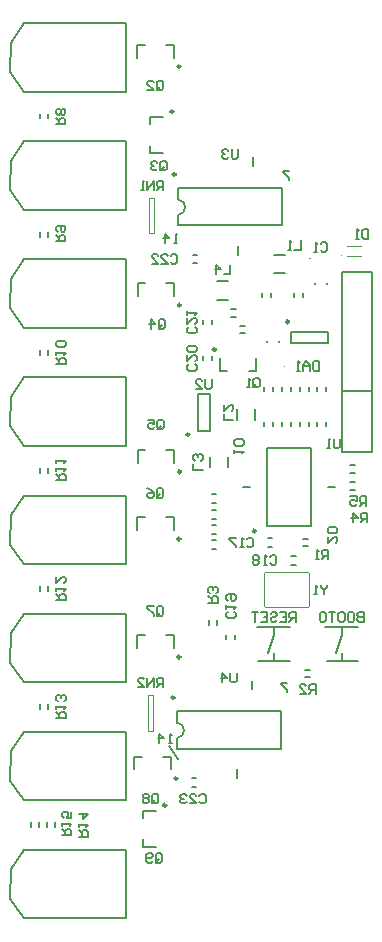
<source format=gbo>
G04*
G04 #@! TF.GenerationSoftware,Altium Limited,Altium Designer,20.0.12 (288)*
G04*
G04 Layer_Color=32896*
%FSLAX44Y44*%
%MOMM*%
G71*
G01*
G75*
%ADD10C,0.2000*%
%ADD53C,0.2500*%
%ADD93C,0.1000*%
%ADD94C,0.1600*%
D10*
X155415Y614350D02*
G03*
X155415Y627350I-500J6500D01*
G01*
X154415Y171350D02*
G03*
X154415Y184350I-500J6500D01*
G01*
X231000Y506625D02*
Y507375D01*
X241000Y506625D02*
Y507375D01*
X271000Y556198D02*
Y556948D01*
X281000Y556198D02*
Y556948D01*
X184250Y338750D02*
X187750D01*
X184250Y331250D02*
X187750D01*
X184250Y351750D02*
X187750D01*
X184250Y344250D02*
X187750D01*
X265750Y435250D02*
Y438750D01*
X258250Y435250D02*
Y438750D01*
X261000Y340250D02*
X265000D01*
X261000Y333750D02*
X265000D01*
X218500Y655500D02*
Y663000D01*
X206000Y580500D02*
Y588000D01*
X205000Y137500D02*
Y145000D01*
X217500Y212500D02*
Y220000D01*
X319450Y465000D02*
X319500Y565750D01*
X294000D02*
X319500D01*
X294000D02*
X294050Y465000D01*
X294000Y413250D02*
X294050Y465000D01*
X294000Y413250D02*
X319500D01*
X319450Y465000D02*
X319500Y413250D01*
X294050Y465000D02*
X319500D01*
X155415Y637350D02*
X243415D01*
X155415Y605350D02*
X243415D01*
Y637350D01*
X155415Y627350D02*
Y637350D01*
Y605350D02*
Y614350D01*
X154415Y194350D02*
X242415D01*
X154415Y162350D02*
X242415D01*
Y194350D01*
X154415Y184350D02*
Y194350D01*
Y162350D02*
Y171350D01*
X37250Y96000D02*
Y100000D01*
X30750Y96000D02*
Y100000D01*
X44750Y96000D02*
Y100000D01*
X51250Y96000D02*
Y100000D01*
X38750Y196000D02*
Y200000D01*
X45250Y196000D02*
Y200000D01*
X38750Y296000D02*
Y300000D01*
X45250Y296000D02*
Y300000D01*
X38750Y496000D02*
Y500000D01*
X45250Y496000D02*
Y500000D01*
X38750Y396000D02*
Y400000D01*
X45250Y396000D02*
Y400000D01*
X38750Y596000D02*
Y600000D01*
X45250Y596000D02*
Y600000D01*
X38750Y696000D02*
Y700000D01*
X45250Y696000D02*
Y700000D01*
X166750Y137500D02*
X170250D01*
X166750Y130000D02*
X170250D01*
X168000Y580750D02*
X171500D01*
X168000Y573250D02*
X171500D01*
X25000Y76700D02*
X111500D01*
X25000Y18700D02*
X111500D01*
Y76700D01*
X13250Y35200D02*
X13500Y60200D01*
X13250Y35200D02*
X25000Y18700D01*
X13500Y60200D02*
X25000Y76700D01*
Y176700D02*
X111500D01*
X25000Y118700D02*
X111500D01*
Y176700D01*
X13250Y135200D02*
X13500Y160200D01*
X13250Y135200D02*
X25000Y118700D01*
X13500Y160200D02*
X25000Y176700D01*
Y276700D02*
X111500D01*
X25000Y218700D02*
X111500D01*
Y276700D01*
X13250Y235200D02*
X13500Y260200D01*
X13250Y235200D02*
X25000Y218700D01*
X13500Y260200D02*
X25000Y276700D01*
Y376700D02*
X111500D01*
X25000Y318700D02*
X111500D01*
Y376700D01*
X13250Y335200D02*
X13500Y360200D01*
X13250Y335200D02*
X25000Y318700D01*
X13500Y360200D02*
X25000Y376700D01*
Y576700D02*
X111500D01*
X25000Y518700D02*
X111500D01*
Y576700D01*
X13250Y535200D02*
X13500Y560200D01*
X13250Y535200D02*
X25000Y518700D01*
X13500Y560200D02*
X25000Y576700D01*
Y476700D02*
X111500D01*
X25000Y418700D02*
X111500D01*
Y476700D01*
X13250Y435200D02*
X13500Y460200D01*
X13250Y435200D02*
X25000Y418700D01*
X13500Y460200D02*
X25000Y476700D01*
Y676700D02*
X111500D01*
X25000Y618700D02*
X111500D01*
Y676700D01*
X13250Y635200D02*
X13500Y660200D01*
X13250Y635200D02*
X25000Y618700D01*
X13500Y660200D02*
X25000Y676700D01*
X125500Y110000D02*
X136500D01*
X125500Y103500D02*
Y110000D01*
Y79000D02*
X136500D01*
X125500D02*
Y85500D01*
X149000Y144750D02*
Y155750D01*
X142500D02*
X149000D01*
X118000Y144750D02*
Y155750D01*
X124500D01*
X152000Y404500D02*
Y415500D01*
X145500D02*
X152000D01*
X121000Y404500D02*
Y415500D01*
X127500D01*
X151500Y247500D02*
Y258500D01*
X145000D02*
X151500D01*
X120500Y247500D02*
Y258500D01*
X127000D01*
X131500Y697500D02*
X142500D01*
X131500Y691000D02*
Y697500D01*
Y666500D02*
X142500D01*
X131500D02*
Y673000D01*
X151500Y347500D02*
Y358500D01*
X145000D02*
X151500D01*
X120500Y347500D02*
Y358500D01*
X127000D01*
X151500Y747500D02*
Y758500D01*
X145000D02*
X151500D01*
X120500Y747500D02*
Y758500D01*
X127000D01*
X152000Y545500D02*
Y556500D01*
X145500D02*
X152000D01*
X121000Y545500D02*
Y556500D01*
X127500D01*
X13500Y760200D02*
X25000Y776700D01*
X13250Y735200D02*
X25000Y718700D01*
X13250Y735200D02*
X13500Y760200D01*
X111500Y718700D02*
Y776700D01*
X25000Y718700D02*
X111500D01*
X25000Y776700D02*
X111500D01*
X176225Y491525D02*
Y495025D01*
X183725Y491525D02*
Y495025D01*
X182030Y431490D02*
Y462490D01*
X172030Y431490D02*
Y462490D01*
X182030D01*
X172030Y431490D02*
X182030D01*
X214975Y481775D02*
X221475D01*
Y492775D01*
X190475Y481775D02*
X196975D01*
X190475D02*
Y492775D01*
X176225Y521775D02*
Y525275D01*
X183725Y521775D02*
Y525275D01*
X188175Y542575D02*
X197175D01*
X188175Y557975D02*
X197175D01*
X199975Y528025D02*
X203975D01*
X199975Y534525D02*
X203975D01*
X207975Y520525D02*
X211975D01*
X207975Y514025D02*
X211975D01*
X301000Y388250D02*
X305000D01*
X301000Y381750D02*
X305000D01*
X301000Y402250D02*
X305000D01*
X301000Y395750D02*
X305000D01*
X188250Y267000D02*
Y271000D01*
X181750Y267000D02*
Y271000D01*
X222250Y265000D02*
X250250D01*
X223250Y237000D02*
X250250D01*
X236250Y259000D02*
Y265000D01*
Y237000D02*
Y243000D01*
X231250D02*
X236250Y259000D01*
X263000Y229250D02*
X267000D01*
X263000Y222750D02*
X267000D01*
X280000Y265000D02*
X308000D01*
X281000Y237000D02*
X308000D01*
X294000Y259000D02*
Y265000D01*
Y237000D02*
Y243000D01*
X289000D02*
X294000Y259000D01*
X231250Y333250D02*
X234750D01*
X231250Y340750D02*
X234750D01*
X251250Y325750D02*
X254750D01*
X251250Y318250D02*
X254750D01*
X230750Y416750D02*
X267750D01*
X230750Y350750D02*
X267750D01*
Y416750D01*
X230750Y350750D02*
Y416750D01*
X197700Y400500D02*
Y409500D01*
X182300Y400500D02*
Y409500D01*
X184250Y364750D02*
X187750D01*
X184250Y357250D02*
X187750D01*
X184250Y377750D02*
X187750D01*
X184250Y370250D02*
X187750D01*
X235750Y435250D02*
Y438750D01*
X228250Y435250D02*
Y438750D01*
X250750Y435250D02*
Y438750D01*
X243250Y435250D02*
Y438750D01*
X280718Y435250D02*
Y438750D01*
X273218Y435250D02*
Y438750D01*
X196250Y255250D02*
Y258750D01*
X203750Y255250D02*
Y258750D01*
X220675Y440775D02*
Y449775D01*
X205275Y440775D02*
Y449775D01*
X233750Y544823D02*
Y548323D01*
X226250Y544823D02*
Y548323D01*
X265750Y465250D02*
Y468750D01*
X258250Y465250D02*
Y468750D01*
X250750Y465250D02*
Y468750D01*
X243250Y465250D02*
Y468750D01*
X235750Y465250D02*
Y468750D01*
X228250Y465250D02*
Y468750D01*
X273250Y465250D02*
Y468750D01*
X280750Y465250D02*
Y468750D01*
X251000Y505500D02*
X282000D01*
X251000Y515500D02*
X282000D01*
Y505500D02*
Y515500D01*
X251000Y505500D02*
Y515500D01*
X253250Y544823D02*
Y548323D01*
X260750Y544823D02*
Y548323D01*
X236500Y565300D02*
X245500D01*
X236500Y580700D02*
X245500D01*
D53*
X153315Y648600D02*
G03*
X153315Y648600I-1250J0D01*
G01*
X152315Y205600D02*
G03*
X152315Y205600I-1250J0D01*
G01*
X145250Y114500D02*
G03*
X145250Y114500I-1250J0D01*
G01*
X154750Y137250D02*
G03*
X154750Y137250I-1250J0D01*
G01*
X157750Y397000D02*
G03*
X157750Y397000I-1250J0D01*
G01*
X157250Y240000D02*
G03*
X157250Y240000I-1250J0D01*
G01*
X151250Y702000D02*
G03*
X151250Y702000I-1250J0D01*
G01*
X157250Y340000D02*
G03*
X157250Y340000I-1250J0D01*
G01*
Y740000D02*
G03*
X157250Y740000I-1250J0D01*
G01*
X157750Y538000D02*
G03*
X157750Y538000I-1250J0D01*
G01*
X164780Y428490D02*
G03*
X164780Y428490I-1250J0D01*
G01*
X187225Y500275D02*
G03*
X187225Y500275I-1250J0D01*
G01*
X221000Y346750D02*
G03*
X221000Y346750I-1250J0D01*
G01*
X249250Y524000D02*
G03*
X249250Y524000I-1250J0D01*
G01*
D93*
X293500Y580000D02*
G03*
X293500Y580000I-500J0D01*
G01*
X267250Y577573D02*
G03*
X267250Y577573I-500J0D01*
G01*
X245750Y486000D02*
G03*
X245750Y486000I-500J0D01*
G01*
X228000Y297250D02*
Y311250D01*
X228750Y312000D01*
X265250D01*
X266000Y311250D01*
Y284250D02*
Y311250D01*
X229000Y282500D02*
X265000D01*
X266000Y283500D01*
Y284250D01*
X228000Y283500D02*
Y297250D01*
Y283500D02*
X229000Y282500D01*
X130000Y177500D02*
X134000D01*
Y207500D01*
X130000D02*
X134000D01*
X130000Y177500D02*
Y207500D01*
X131000Y599000D02*
X135000D01*
Y629000D01*
X131000D02*
X135000D01*
X131000Y599000D02*
Y629000D01*
X298000Y579750D02*
X310250D01*
X298000Y588250D02*
X310250D01*
D94*
X147750Y164250D02*
X155000Y153500D01*
X282000Y383750D02*
X288250D01*
X210250D02*
X216500D01*
X202840Y412360D02*
Y415026D01*
Y413693D01*
X210837D01*
X209505Y412360D01*
Y419025D02*
X210837Y420358D01*
Y423023D01*
X209505Y424356D01*
X204173D01*
X202840Y423023D01*
Y420358D01*
X204173Y419025D01*
X209505D01*
X282100Y341932D02*
Y336600D01*
X287432Y341932D01*
X288764D01*
X290097Y340599D01*
Y337933D01*
X288764Y336600D01*
Y344597D02*
X290097Y345930D01*
Y348596D01*
X288764Y349929D01*
X283433D01*
X282100Y348596D01*
Y345930D01*
X283433Y344597D01*
X288764D01*
X247650Y218347D02*
X242318D01*
Y217015D01*
X247650Y211683D01*
Y210350D01*
X149900Y167100D02*
X147234D01*
X148567D01*
Y175097D01*
X149900Y173764D01*
X139237Y167100D02*
Y175097D01*
X143236Y171099D01*
X137904D01*
X154650Y590350D02*
X151984D01*
X153317D01*
Y598347D01*
X154650Y597015D01*
X143987Y590350D02*
Y598347D01*
X147985Y594349D01*
X142654D01*
X249400Y651847D02*
X244068D01*
Y650515D01*
X249400Y645183D01*
Y643850D01*
X282332Y323001D02*
Y330999D01*
X278333D01*
X277000Y329666D01*
Y327000D01*
X278333Y325667D01*
X282332D01*
X279666D02*
X277000Y323001D01*
X274334D02*
X271668D01*
X273001D01*
Y330999D01*
X274334Y329666D01*
X281332Y300999D02*
Y299666D01*
X278666Y297000D01*
X276000Y299666D01*
Y300999D01*
X278666Y297000D02*
Y293001D01*
X273334D02*
X270668D01*
X272001D01*
Y300999D01*
X273334Y299666D01*
X142663Y214501D02*
Y222499D01*
X138665D01*
X137332Y221166D01*
Y218500D01*
X138665Y217167D01*
X142663D01*
X139997D02*
X137332Y214501D01*
X134666D02*
Y222499D01*
X129334Y214501D01*
Y222499D01*
X121337Y214501D02*
X126668D01*
X121337Y219833D01*
Y221166D01*
X122670Y222499D01*
X125336D01*
X126668Y221166D01*
X142580Y635251D02*
Y643249D01*
X138582D01*
X137249Y641916D01*
Y639250D01*
X138582Y637917D01*
X142580D01*
X139915D02*
X137249Y635251D01*
X134583D02*
Y643249D01*
X129251Y635251D01*
Y643249D01*
X126586Y635251D02*
X123920D01*
X125253D01*
Y643249D01*
X126586Y641916D01*
X173332Y122666D02*
X174664Y123999D01*
X177330D01*
X178663Y122666D01*
Y117334D01*
X177330Y116001D01*
X174664D01*
X173332Y117334D01*
X165334Y116001D02*
X170666D01*
X165334Y121333D01*
Y122666D01*
X166667Y123999D01*
X169333D01*
X170666Y122666D01*
X162668D02*
X161336Y123999D01*
X158670D01*
X157337Y122666D01*
Y121333D01*
X158670Y120000D01*
X160003D01*
X158670D01*
X157337Y118667D01*
Y117334D01*
X158670Y116001D01*
X161336D01*
X162668Y117334D01*
X149082Y579666D02*
X150414Y580999D01*
X153080D01*
X154413Y579666D01*
Y574334D01*
X153080Y573001D01*
X150414D01*
X149082Y574334D01*
X141084Y573001D02*
X146416D01*
X141084Y578333D01*
Y579666D01*
X142417Y580999D01*
X145083D01*
X146416Y579666D01*
X133087Y573001D02*
X138418D01*
X133087Y578333D01*
Y579666D01*
X134420Y580999D01*
X137086D01*
X138418Y579666D01*
X136333Y67334D02*
Y72666D01*
X137666Y73999D01*
X140332D01*
X141664Y72666D01*
Y67334D01*
X140332Y66001D01*
X137666D01*
X138999Y68667D02*
X136333Y66001D01*
X137666D02*
X136333Y67334D01*
X133667D02*
X132334Y66001D01*
X129668D01*
X128336Y67334D01*
Y72666D01*
X129668Y73999D01*
X132334D01*
X133667Y72666D01*
Y71333D01*
X132334Y70000D01*
X128336D01*
X133333Y117584D02*
Y122916D01*
X134666Y124249D01*
X137332D01*
X138665Y122916D01*
Y117584D01*
X137332Y116251D01*
X134666D01*
X135999Y118917D02*
X133333Y116251D01*
X134666D02*
X133333Y117584D01*
X130667Y122916D02*
X129334Y124249D01*
X126668D01*
X125336Y122916D01*
Y121583D01*
X126668Y120250D01*
X125336Y118917D01*
Y117584D01*
X126668Y116251D01*
X129334D01*
X130667Y117584D01*
Y118917D01*
X129334Y120250D01*
X130667Y121583D01*
Y122916D01*
X129334Y120250D02*
X126668D01*
X137333Y276334D02*
Y281666D01*
X138666Y282999D01*
X141332D01*
X142664Y281666D01*
Y276334D01*
X141332Y275001D01*
X138666D01*
X139999Y277667D02*
X137333Y275001D01*
X138666D02*
X137333Y276334D01*
X134667Y282999D02*
X129335D01*
Y281666D01*
X134667Y276334D01*
Y275001D01*
X137333Y376334D02*
Y381666D01*
X138666Y382999D01*
X141332D01*
X142664Y381666D01*
Y376334D01*
X141332Y375001D01*
X138666D01*
X139999Y377667D02*
X137333Y375001D01*
X138666D02*
X137333Y376334D01*
X129335Y382999D02*
X132001Y381666D01*
X134667Y379000D01*
Y376334D01*
X133334Y375001D01*
X130668D01*
X129335Y376334D01*
Y377667D01*
X130668Y379000D01*
X134667D01*
X138833Y519334D02*
Y524666D01*
X140166Y525999D01*
X142831D01*
X144164Y524666D01*
Y519334D01*
X142831Y518001D01*
X140166D01*
X141499Y520667D02*
X138833Y518001D01*
X140166D02*
X138833Y519334D01*
X132168Y518001D02*
Y525999D01*
X136167Y522000D01*
X130835D01*
X137833Y434334D02*
Y439666D01*
X139166Y440999D01*
X141832D01*
X143165Y439666D01*
Y434334D01*
X141832Y433001D01*
X139166D01*
X140499Y435667D02*
X137833Y433001D01*
X139166D02*
X137833Y434334D01*
X129836Y440999D02*
X135167D01*
Y437000D01*
X132501Y438333D01*
X131168D01*
X129836Y437000D01*
Y434334D01*
X131168Y433001D01*
X133834D01*
X135167Y434334D01*
X140333Y653334D02*
Y658666D01*
X141666Y659999D01*
X144332D01*
X145665Y658666D01*
Y653334D01*
X144332Y652001D01*
X141666D01*
X142999Y654667D02*
X140333Y652001D01*
X141666D02*
X140333Y653334D01*
X137667Y658666D02*
X136334Y659999D01*
X133668D01*
X132336Y658666D01*
Y657333D01*
X133668Y656000D01*
X135001D01*
X133668D01*
X132336Y654667D01*
Y653334D01*
X133668Y652001D01*
X136334D01*
X137667Y653334D01*
X137333Y721334D02*
Y726666D01*
X138666Y727999D01*
X141332D01*
X142664Y726666D01*
Y721334D01*
X141332Y720001D01*
X138666D01*
X139999Y722667D02*
X137333Y720001D01*
X138666D02*
X137333Y721334D01*
X129335Y720001D02*
X134667D01*
X129335Y725333D01*
Y726666D01*
X130668Y727999D01*
X133334D01*
X134667Y726666D01*
X218975Y469609D02*
Y474941D01*
X220308Y476274D01*
X222974D01*
X224307Y474941D01*
Y469609D01*
X222974Y468276D01*
X220308D01*
X221641Y470942D02*
X218975Y468276D01*
X220308D02*
X218975Y469609D01*
X216309Y468276D02*
X213643D01*
X214976D01*
Y476274D01*
X216309Y474941D01*
X183664Y474999D02*
Y468334D01*
X182332Y467001D01*
X179666D01*
X178333Y468334D01*
Y474999D01*
X170335Y467001D02*
X175667D01*
X170335Y472333D01*
Y473666D01*
X171668Y474999D01*
X174334D01*
X175667Y473666D01*
X274590Y490206D02*
Y482208D01*
X270592D01*
X269259Y483541D01*
Y488873D01*
X270592Y490206D01*
X274590D01*
X266593Y482208D02*
Y487540D01*
X263927Y490206D01*
X261261Y487540D01*
Y482208D01*
Y486207D01*
X266593D01*
X258596Y482208D02*
X255930D01*
X257263D01*
Y490206D01*
X258596Y488873D01*
X276000Y589666D02*
X277333Y590999D01*
X279999D01*
X281332Y589666D01*
Y584334D01*
X279999Y583001D01*
X277333D01*
X276000Y584334D01*
X273334Y583001D02*
X270668D01*
X272001D01*
Y590999D01*
X273334Y589666D01*
X204914Y226499D02*
Y219834D01*
X203582Y218501D01*
X200916D01*
X199583Y219834D01*
Y226499D01*
X192918Y218501D02*
Y226499D01*
X196917Y222500D01*
X191586D01*
X205914Y669999D02*
Y663334D01*
X204582Y662001D01*
X201916D01*
X200583Y663334D01*
Y669999D01*
X197917Y668666D02*
X196584Y669999D01*
X193918D01*
X192586Y668666D01*
Y667333D01*
X193918Y666000D01*
X195251D01*
X193918D01*
X192586Y664667D01*
Y663334D01*
X193918Y662001D01*
X196584D01*
X197917Y663334D01*
X292242Y424749D02*
Y418084D01*
X290909Y416751D01*
X288243D01*
X286910Y418084D01*
Y424749D01*
X284244Y416751D02*
X281578D01*
X282911D01*
Y424749D01*
X284244Y423416D01*
X254911Y270001D02*
Y277999D01*
X250912D01*
X249579Y276666D01*
Y274000D01*
X250912Y272667D01*
X254911D01*
X252245D02*
X249579Y270001D01*
X241582Y277999D02*
X246913D01*
Y270001D01*
X241582D01*
X246913Y274000D02*
X244247D01*
X233584Y276666D02*
X234917Y277999D01*
X237583D01*
X238916Y276666D01*
Y275333D01*
X237583Y274000D01*
X234917D01*
X233584Y272667D01*
Y271334D01*
X234917Y270001D01*
X237583D01*
X238916Y271334D01*
X225587Y277999D02*
X230918D01*
Y270001D01*
X225587D01*
X230918Y274000D02*
X228253D01*
X222921Y277999D02*
X217589D01*
X220255D01*
Y270001D01*
X312411Y277999D02*
Y270001D01*
X308412D01*
X307079Y271334D01*
Y272667D01*
X308412Y274000D01*
X312411D01*
X308412D01*
X307079Y275333D01*
Y276666D01*
X308412Y277999D01*
X312411D01*
X300415D02*
X303080D01*
X304413Y276666D01*
Y271334D01*
X303080Y270001D01*
X300415D01*
X299082Y271334D01*
Y276666D01*
X300415Y277999D01*
X292417D02*
X295083D01*
X296416Y276666D01*
Y271334D01*
X295083Y270001D01*
X292417D01*
X291084Y271334D01*
Y276666D01*
X292417Y277999D01*
X288418D02*
X283087D01*
X285753D01*
Y270001D01*
X280421Y276666D02*
X279088Y277999D01*
X276422D01*
X275089Y276666D01*
Y271334D01*
X276422Y270001D01*
X279088D01*
X280421Y271334D01*
Y276666D01*
X57001Y89003D02*
X64999D01*
Y93002D01*
X63666Y94335D01*
X61000D01*
X59667Y93002D01*
Y89003D01*
Y91669D02*
X57001Y94335D01*
Y97001D02*
Y99666D01*
Y98334D01*
X64999D01*
X63666Y97001D01*
X64999Y108997D02*
Y103665D01*
X61000D01*
X62333Y106331D01*
Y107664D01*
X61000Y108997D01*
X58334D01*
X57001Y107664D01*
Y104998D01*
X58334Y103665D01*
X71001Y88003D02*
X78999D01*
Y92002D01*
X77666Y93335D01*
X75000D01*
X73667Y92002D01*
Y88003D01*
Y90669D02*
X71001Y93335D01*
Y96001D02*
Y98666D01*
Y97334D01*
X78999D01*
X77666Y96001D01*
X71001Y106664D02*
X78999D01*
X75000Y102665D01*
Y107997D01*
X52001Y188003D02*
X59999D01*
Y192002D01*
X58666Y193335D01*
X56000D01*
X54667Y192002D01*
Y188003D01*
Y190669D02*
X52001Y193335D01*
Y196001D02*
Y198666D01*
Y197334D01*
X59999D01*
X58666Y196001D01*
Y202665D02*
X59999Y203998D01*
Y206664D01*
X58666Y207997D01*
X57333D01*
X56000Y206664D01*
Y205331D01*
Y206664D01*
X54667Y207997D01*
X53334D01*
X52001Y206664D01*
Y203998D01*
X53334Y202665D01*
X52001Y389586D02*
X59999D01*
Y393585D01*
X58666Y394918D01*
X56000D01*
X54667Y393585D01*
Y389586D01*
Y392252D02*
X52001Y394918D01*
Y397584D02*
Y400249D01*
Y398917D01*
X59999D01*
X58666Y397584D01*
X52001Y404248D02*
Y406914D01*
Y405581D01*
X59999D01*
X58666Y404248D01*
X52001Y288003D02*
X59999D01*
Y292002D01*
X58666Y293335D01*
X56000D01*
X54667Y292002D01*
Y288003D01*
Y290669D02*
X52001Y293335D01*
Y296001D02*
Y298666D01*
Y297334D01*
X59999D01*
X58666Y296001D01*
X52001Y307997D02*
Y302665D01*
X57333Y307997D01*
X58666D01*
X59999Y306664D01*
Y303998D01*
X58666Y302665D01*
X51936Y591986D02*
X59934D01*
Y595984D01*
X58601Y597317D01*
X55935D01*
X54602Y595984D01*
Y591986D01*
Y594651D02*
X51936Y597317D01*
X53269Y599983D02*
X51936Y601316D01*
Y603982D01*
X53269Y605315D01*
X58601D01*
X59934Y603982D01*
Y601316D01*
X58601Y599983D01*
X57268D01*
X55935Y601316D01*
Y605315D01*
X52001Y487753D02*
X59999D01*
Y491752D01*
X58666Y493085D01*
X56000D01*
X54667Y491752D01*
Y487753D01*
Y490419D02*
X52001Y493085D01*
Y495751D02*
Y498416D01*
Y497084D01*
X59999D01*
X58666Y495751D01*
Y502415D02*
X59999Y503748D01*
Y506414D01*
X58666Y507747D01*
X53334D01*
X52001Y506414D01*
Y503748D01*
X53334Y502415D01*
X58666D01*
X51936Y690985D02*
X59934D01*
Y694984D01*
X58601Y696317D01*
X55935D01*
X54602Y694984D01*
Y690985D01*
Y693651D02*
X51936Y696317D01*
X58601Y698983D02*
X59934Y700316D01*
Y702982D01*
X58601Y704315D01*
X57268D01*
X55935Y702982D01*
X54602Y704315D01*
X53269D01*
X51936Y702982D01*
Y700316D01*
X53269Y698983D01*
X54602D01*
X55935Y700316D01*
X57268Y698983D01*
X58601D01*
X55935Y700316D02*
Y702982D01*
X181001Y286085D02*
X188999D01*
Y290084D01*
X187666Y291417D01*
X185000D01*
X183667Y290084D01*
Y286085D01*
Y288751D02*
X181001Y291417D01*
X187666Y294083D02*
X188999Y295416D01*
Y298082D01*
X187666Y299415D01*
X186333D01*
X185000Y298082D01*
Y296749D01*
Y298082D01*
X183667Y299415D01*
X182334D01*
X181001Y298082D01*
Y295416D01*
X182334Y294083D01*
X271665Y209001D02*
Y216999D01*
X267666D01*
X266333Y215666D01*
Y213000D01*
X267666Y211667D01*
X271665D01*
X268999D02*
X266333Y209001D01*
X258335D02*
X263667D01*
X258335Y214333D01*
Y215666D01*
X259668Y216999D01*
X262334D01*
X263667Y215666D01*
X314415Y368001D02*
Y375999D01*
X310416D01*
X309083Y374666D01*
Y372000D01*
X310416Y370667D01*
X314415D01*
X311749D02*
X309083Y368001D01*
X301085Y375999D02*
X306417D01*
Y372000D01*
X303751Y373333D01*
X302418D01*
X301085Y372000D01*
Y369334D01*
X302418Y368001D01*
X305084D01*
X306417Y369334D01*
X315415Y354001D02*
Y361999D01*
X311416D01*
X310083Y360666D01*
Y358000D01*
X311416Y356667D01*
X315415D01*
X312749D02*
X310083Y354001D01*
X303418D02*
Y361999D01*
X307417Y358000D01*
X302085D01*
X199639Y572274D02*
Y564276D01*
X194308D01*
X187643D02*
Y572274D01*
X191642Y568275D01*
X186311D01*
X175999Y398335D02*
X168001D01*
Y403667D01*
X174666Y406333D02*
X175999Y407666D01*
Y410332D01*
X174666Y411665D01*
X173333D01*
X172000Y410332D01*
Y408999D01*
Y410332D01*
X170667Y411665D01*
X169334D01*
X168001Y410332D01*
Y407666D01*
X169334Y406333D01*
X201999Y440336D02*
X194001D01*
Y445667D01*
Y453665D02*
Y448333D01*
X199333Y453665D01*
X200666D01*
X201999Y452332D01*
Y449666D01*
X200666Y448333D01*
X259082Y592999D02*
Y585001D01*
X253750D01*
X251084D02*
X248418D01*
X249751D01*
Y592999D01*
X251084Y591666D01*
X316332Y601999D02*
Y594001D01*
X312333D01*
X311000Y595334D01*
Y600666D01*
X312333Y601999D01*
X316332D01*
X308334Y594001D02*
X305668D01*
X307001D01*
Y601999D01*
X308334Y600666D01*
X169641Y519276D02*
X170974Y517943D01*
Y515278D01*
X169641Y513945D01*
X164309D01*
X162976Y515278D01*
Y517943D01*
X164309Y519276D01*
X162976Y527274D02*
Y521942D01*
X168308Y527274D01*
X169641D01*
X170974Y525941D01*
Y523275D01*
X169641Y521942D01*
X162976Y529939D02*
Y532605D01*
Y531272D01*
X170974D01*
X169641Y529939D01*
X169641Y487693D02*
X170974Y486361D01*
Y483695D01*
X169641Y482362D01*
X164309D01*
X162976Y483695D01*
Y486361D01*
X164309Y487693D01*
X162976Y495691D02*
Y490359D01*
X168308Y495691D01*
X169641D01*
X170974Y494358D01*
Y491692D01*
X169641Y490359D01*
Y498357D02*
X170974Y499689D01*
Y502355D01*
X169641Y503688D01*
X164309D01*
X162976Y502355D01*
Y499689D01*
X164309Y498357D01*
X169641D01*
X202666Y278335D02*
X203999Y277002D01*
Y274336D01*
X202666Y273003D01*
X197334D01*
X196001Y274336D01*
Y277002D01*
X197334Y278335D01*
X196001Y281001D02*
Y283666D01*
Y282334D01*
X203999D01*
X202666Y281001D01*
X197334Y287665D02*
X196001Y288998D01*
Y291664D01*
X197334Y292997D01*
X202666D01*
X203999Y291664D01*
Y288998D01*
X202666Y287665D01*
X201333D01*
X200000Y288998D01*
Y292997D01*
X233165Y324666D02*
X234498Y325999D01*
X237164D01*
X238497Y324666D01*
Y319334D01*
X237164Y318001D01*
X234498D01*
X233165Y319334D01*
X230499Y318001D02*
X227834D01*
X229166D01*
Y325999D01*
X230499Y324666D01*
X223835D02*
X222502Y325999D01*
X219836D01*
X218503Y324666D01*
Y323333D01*
X219836Y322000D01*
X218503Y320667D01*
Y319334D01*
X219836Y318001D01*
X222502D01*
X223835Y319334D01*
Y320667D01*
X222502Y322000D01*
X223835Y323333D01*
Y324666D01*
X222502Y322000D02*
X219836D01*
X213415Y339666D02*
X214748Y340999D01*
X217414D01*
X218747Y339666D01*
Y334334D01*
X217414Y333001D01*
X214748D01*
X213415Y334334D01*
X210749Y333001D02*
X208084D01*
X209416D01*
Y340999D01*
X210749Y339666D01*
X204085Y340999D02*
X198753D01*
Y339666D01*
X204085Y334334D01*
Y333001D01*
M02*

</source>
